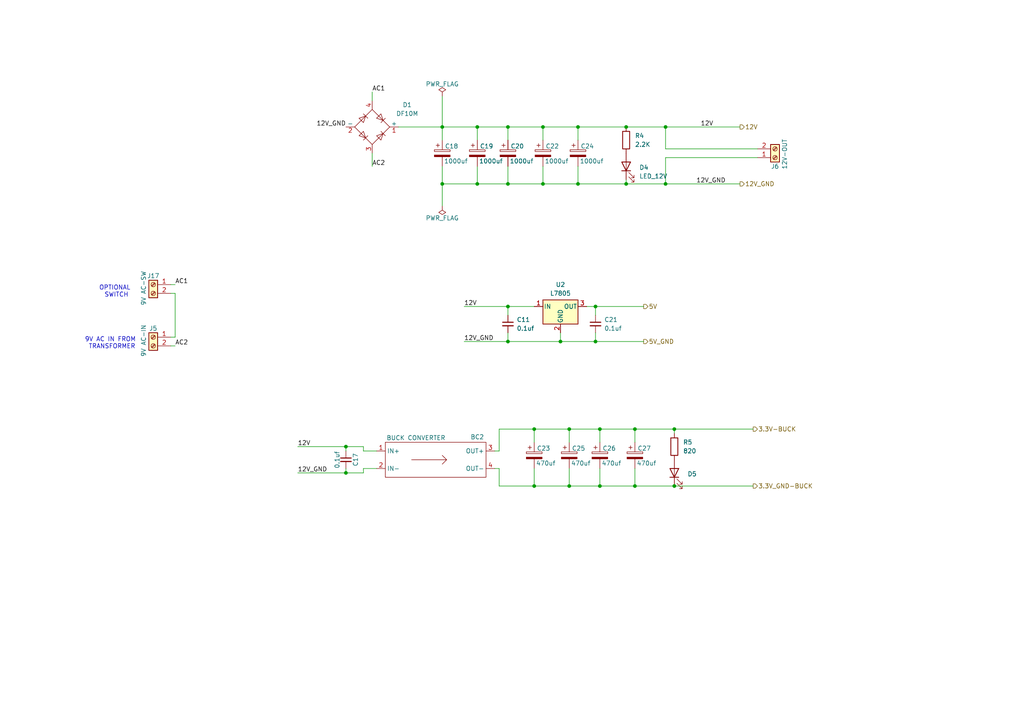
<source format=kicad_sch>
(kicad_sch
	(version 20250114)
	(generator "eeschema")
	(generator_version "9.0")
	(uuid "b627aabc-029d-4a97-8d11-11909ca24426")
	(paper "A4")
	(lib_symbols
		(symbol "Aruns:BUCK_CONVERTER"
			(exclude_from_sim no)
			(in_bom yes)
			(on_board yes)
			(property "Reference" "BC"
				(at 1.016 -1.016 0)
				(effects
					(font
						(size 1.27 1.27)
					)
				)
			)
			(property "Value" "BUCK CONVERTER"
				(at 8.128 11.43 0)
				(effects
					(font
						(size 1.27 1.27)
					)
				)
			)
			(property "Footprint" ""
				(at 0 0 0)
				(effects
					(font
						(size 1.27 1.27)
					)
					(hide yes)
				)
			)
			(property "Datasheet" ""
				(at 0 0 0)
				(effects
					(font
						(size 1.27 1.27)
					)
					(hide yes)
				)
			)
			(property "Description" ""
				(at 0 0 0)
				(effects
					(font
						(size 1.27 1.27)
					)
					(hide yes)
				)
			)
			(symbol "BUCK_CONVERTER_0_1"
				(rectangle
					(start 0 10.16)
					(end 29.21 0)
					(stroke
						(width 0)
						(type default)
					)
					(fill
						(type none)
					)
				)
				(polyline
					(pts
						(xy 7.62 5.08) (xy 17.78 5.08)
					)
					(stroke
						(width 0)
						(type default)
					)
					(fill
						(type none)
					)
				)
				(polyline
					(pts
						(xy 17.78 5.08) (xy 16.51 6.35)
					)
					(stroke
						(width 0)
						(type default)
					)
					(fill
						(type none)
					)
				)
				(polyline
					(pts
						(xy 17.78 5.08) (xy 16.51 3.81)
					)
					(stroke
						(width 0)
						(type default)
					)
					(fill
						(type none)
					)
				)
			)
			(symbol "BUCK_CONVERTER_1_1"
				(pin power_in line
					(at -2.54 7.62 0)
					(length 2.54)
					(name "IN+"
						(effects
							(font
								(size 1.27 1.27)
							)
						)
					)
					(number "1"
						(effects
							(font
								(size 1.27 1.27)
							)
						)
					)
				)
				(pin power_in line
					(at -2.54 2.54 0)
					(length 2.54)
					(name "IN-"
						(effects
							(font
								(size 1.27 1.27)
							)
						)
					)
					(number "2"
						(effects
							(font
								(size 1.27 1.27)
							)
						)
					)
				)
				(pin power_out line
					(at 31.75 7.62 180)
					(length 2.54)
					(name "OUT+"
						(effects
							(font
								(size 1.27 1.27)
							)
						)
					)
					(number "3"
						(effects
							(font
								(size 1.27 1.27)
							)
						)
					)
				)
				(pin power_out line
					(at 31.75 2.54 180)
					(length 2.54)
					(name "OUT-"
						(effects
							(font
								(size 1.27 1.27)
							)
						)
					)
					(number "4"
						(effects
							(font
								(size 1.27 1.27)
							)
						)
					)
				)
			)
			(embedded_fonts no)
		)
		(symbol "Connector:Screw_Terminal_01x02"
			(pin_names
				(offset 1.016)
				(hide yes)
			)
			(exclude_from_sim no)
			(in_bom yes)
			(on_board yes)
			(property "Reference" "J"
				(at 0 2.54 0)
				(effects
					(font
						(size 1.27 1.27)
					)
				)
			)
			(property "Value" "Screw_Terminal_01x02"
				(at 0 -5.08 0)
				(effects
					(font
						(size 1.27 1.27)
					)
				)
			)
			(property "Footprint" ""
				(at 0 0 0)
				(effects
					(font
						(size 1.27 1.27)
					)
					(hide yes)
				)
			)
			(property "Datasheet" "~"
				(at 0 0 0)
				(effects
					(font
						(size 1.27 1.27)
					)
					(hide yes)
				)
			)
			(property "Description" "Generic screw terminal, single row, 01x02, script generated (kicad-library-utils/schlib/autogen/connector/)"
				(at 0 0 0)
				(effects
					(font
						(size 1.27 1.27)
					)
					(hide yes)
				)
			)
			(property "ki_keywords" "screw terminal"
				(at 0 0 0)
				(effects
					(font
						(size 1.27 1.27)
					)
					(hide yes)
				)
			)
			(property "ki_fp_filters" "TerminalBlock*:*"
				(at 0 0 0)
				(effects
					(font
						(size 1.27 1.27)
					)
					(hide yes)
				)
			)
			(symbol "Screw_Terminal_01x02_1_1"
				(rectangle
					(start -1.27 1.27)
					(end 1.27 -3.81)
					(stroke
						(width 0.254)
						(type default)
					)
					(fill
						(type background)
					)
				)
				(polyline
					(pts
						(xy -0.5334 0.3302) (xy 0.3302 -0.508)
					)
					(stroke
						(width 0.1524)
						(type default)
					)
					(fill
						(type none)
					)
				)
				(polyline
					(pts
						(xy -0.5334 -2.2098) (xy 0.3302 -3.048)
					)
					(stroke
						(width 0.1524)
						(type default)
					)
					(fill
						(type none)
					)
				)
				(polyline
					(pts
						(xy -0.3556 0.508) (xy 0.508 -0.3302)
					)
					(stroke
						(width 0.1524)
						(type default)
					)
					(fill
						(type none)
					)
				)
				(polyline
					(pts
						(xy -0.3556 -2.032) (xy 0.508 -2.8702)
					)
					(stroke
						(width 0.1524)
						(type default)
					)
					(fill
						(type none)
					)
				)
				(circle
					(center 0 0)
					(radius 0.635)
					(stroke
						(width 0.1524)
						(type default)
					)
					(fill
						(type none)
					)
				)
				(circle
					(center 0 -2.54)
					(radius 0.635)
					(stroke
						(width 0.1524)
						(type default)
					)
					(fill
						(type none)
					)
				)
				(pin passive line
					(at -5.08 0 0)
					(length 3.81)
					(name "Pin_1"
						(effects
							(font
								(size 1.27 1.27)
							)
						)
					)
					(number "1"
						(effects
							(font
								(size 1.27 1.27)
							)
						)
					)
				)
				(pin passive line
					(at -5.08 -2.54 0)
					(length 3.81)
					(name "Pin_2"
						(effects
							(font
								(size 1.27 1.27)
							)
						)
					)
					(number "2"
						(effects
							(font
								(size 1.27 1.27)
							)
						)
					)
				)
			)
			(embedded_fonts no)
		)
		(symbol "Device:C_Polarized"
			(pin_numbers
				(hide yes)
			)
			(pin_names
				(offset 0.254)
			)
			(exclude_from_sim no)
			(in_bom yes)
			(on_board yes)
			(property "Reference" "C"
				(at 0.635 2.54 0)
				(effects
					(font
						(size 1.27 1.27)
					)
					(justify left)
				)
			)
			(property "Value" "C_Polarized"
				(at 0.635 -2.54 0)
				(effects
					(font
						(size 1.27 1.27)
					)
					(justify left)
				)
			)
			(property "Footprint" ""
				(at 0.9652 -3.81 0)
				(effects
					(font
						(size 1.27 1.27)
					)
					(hide yes)
				)
			)
			(property "Datasheet" "~"
				(at 0 0 0)
				(effects
					(font
						(size 1.27 1.27)
					)
					(hide yes)
				)
			)
			(property "Description" "Polarized capacitor"
				(at 0 0 0)
				(effects
					(font
						(size 1.27 1.27)
					)
					(hide yes)
				)
			)
			(property "ki_keywords" "cap capacitor"
				(at 0 0 0)
				(effects
					(font
						(size 1.27 1.27)
					)
					(hide yes)
				)
			)
			(property "ki_fp_filters" "CP_*"
				(at 0 0 0)
				(effects
					(font
						(size 1.27 1.27)
					)
					(hide yes)
				)
			)
			(symbol "C_Polarized_0_1"
				(rectangle
					(start -2.286 0.508)
					(end 2.286 1.016)
					(stroke
						(width 0)
						(type default)
					)
					(fill
						(type none)
					)
				)
				(polyline
					(pts
						(xy -1.778 2.286) (xy -0.762 2.286)
					)
					(stroke
						(width 0)
						(type default)
					)
					(fill
						(type none)
					)
				)
				(polyline
					(pts
						(xy -1.27 2.794) (xy -1.27 1.778)
					)
					(stroke
						(width 0)
						(type default)
					)
					(fill
						(type none)
					)
				)
				(rectangle
					(start 2.286 -0.508)
					(end -2.286 -1.016)
					(stroke
						(width 0)
						(type default)
					)
					(fill
						(type outline)
					)
				)
			)
			(symbol "C_Polarized_1_1"
				(pin passive line
					(at 0 3.81 270)
					(length 2.794)
					(name "~"
						(effects
							(font
								(size 1.27 1.27)
							)
						)
					)
					(number "1"
						(effects
							(font
								(size 1.27 1.27)
							)
						)
					)
				)
				(pin passive line
					(at 0 -3.81 90)
					(length 2.794)
					(name "~"
						(effects
							(font
								(size 1.27 1.27)
							)
						)
					)
					(number "2"
						(effects
							(font
								(size 1.27 1.27)
							)
						)
					)
				)
			)
			(embedded_fonts no)
		)
		(symbol "Device:C_Small"
			(pin_numbers
				(hide yes)
			)
			(pin_names
				(offset 0.254)
				(hide yes)
			)
			(exclude_from_sim no)
			(in_bom yes)
			(on_board yes)
			(property "Reference" "C"
				(at 0.254 1.778 0)
				(effects
					(font
						(size 1.27 1.27)
					)
					(justify left)
				)
			)
			(property "Value" "C_Small"
				(at 0.254 -2.032 0)
				(effects
					(font
						(size 1.27 1.27)
					)
					(justify left)
				)
			)
			(property "Footprint" ""
				(at 0 0 0)
				(effects
					(font
						(size 1.27 1.27)
					)
					(hide yes)
				)
			)
			(property "Datasheet" "~"
				(at 0 0 0)
				(effects
					(font
						(size 1.27 1.27)
					)
					(hide yes)
				)
			)
			(property "Description" "Unpolarized capacitor, small symbol"
				(at 0 0 0)
				(effects
					(font
						(size 1.27 1.27)
					)
					(hide yes)
				)
			)
			(property "ki_keywords" "capacitor cap"
				(at 0 0 0)
				(effects
					(font
						(size 1.27 1.27)
					)
					(hide yes)
				)
			)
			(property "ki_fp_filters" "C_*"
				(at 0 0 0)
				(effects
					(font
						(size 1.27 1.27)
					)
					(hide yes)
				)
			)
			(symbol "C_Small_0_1"
				(polyline
					(pts
						(xy -1.524 0.508) (xy 1.524 0.508)
					)
					(stroke
						(width 0.3048)
						(type default)
					)
					(fill
						(type none)
					)
				)
				(polyline
					(pts
						(xy -1.524 -0.508) (xy 1.524 -0.508)
					)
					(stroke
						(width 0.3302)
						(type default)
					)
					(fill
						(type none)
					)
				)
			)
			(symbol "C_Small_1_1"
				(pin passive line
					(at 0 2.54 270)
					(length 2.032)
					(name "~"
						(effects
							(font
								(size 1.27 1.27)
							)
						)
					)
					(number "1"
						(effects
							(font
								(size 1.27 1.27)
							)
						)
					)
				)
				(pin passive line
					(at 0 -2.54 90)
					(length 2.032)
					(name "~"
						(effects
							(font
								(size 1.27 1.27)
							)
						)
					)
					(number "2"
						(effects
							(font
								(size 1.27 1.27)
							)
						)
					)
				)
			)
			(embedded_fonts no)
		)
		(symbol "Device:LED"
			(pin_numbers
				(hide yes)
			)
			(pin_names
				(offset 1.016)
				(hide yes)
			)
			(exclude_from_sim no)
			(in_bom yes)
			(on_board yes)
			(property "Reference" "D"
				(at 0 2.54 0)
				(effects
					(font
						(size 1.27 1.27)
					)
				)
			)
			(property "Value" "LED"
				(at 0 -2.54 0)
				(effects
					(font
						(size 1.27 1.27)
					)
				)
			)
			(property "Footprint" ""
				(at 0 0 0)
				(effects
					(font
						(size 1.27 1.27)
					)
					(hide yes)
				)
			)
			(property "Datasheet" "~"
				(at 0 0 0)
				(effects
					(font
						(size 1.27 1.27)
					)
					(hide yes)
				)
			)
			(property "Description" "Light emitting diode"
				(at 0 0 0)
				(effects
					(font
						(size 1.27 1.27)
					)
					(hide yes)
				)
			)
			(property "Sim.Pins" "1=K 2=A"
				(at 0 0 0)
				(effects
					(font
						(size 1.27 1.27)
					)
					(hide yes)
				)
			)
			(property "ki_keywords" "LED diode"
				(at 0 0 0)
				(effects
					(font
						(size 1.27 1.27)
					)
					(hide yes)
				)
			)
			(property "ki_fp_filters" "LED* LED_SMD:* LED_THT:*"
				(at 0 0 0)
				(effects
					(font
						(size 1.27 1.27)
					)
					(hide yes)
				)
			)
			(symbol "LED_0_1"
				(polyline
					(pts
						(xy -3.048 -0.762) (xy -4.572 -2.286) (xy -3.81 -2.286) (xy -4.572 -2.286) (xy -4.572 -1.524)
					)
					(stroke
						(width 0)
						(type default)
					)
					(fill
						(type none)
					)
				)
				(polyline
					(pts
						(xy -1.778 -0.762) (xy -3.302 -2.286) (xy -2.54 -2.286) (xy -3.302 -2.286) (xy -3.302 -1.524)
					)
					(stroke
						(width 0)
						(type default)
					)
					(fill
						(type none)
					)
				)
				(polyline
					(pts
						(xy -1.27 0) (xy 1.27 0)
					)
					(stroke
						(width 0)
						(type default)
					)
					(fill
						(type none)
					)
				)
				(polyline
					(pts
						(xy -1.27 -1.27) (xy -1.27 1.27)
					)
					(stroke
						(width 0.254)
						(type default)
					)
					(fill
						(type none)
					)
				)
				(polyline
					(pts
						(xy 1.27 -1.27) (xy 1.27 1.27) (xy -1.27 0) (xy 1.27 -1.27)
					)
					(stroke
						(width 0.254)
						(type default)
					)
					(fill
						(type none)
					)
				)
			)
			(symbol "LED_1_1"
				(pin passive line
					(at -3.81 0 0)
					(length 2.54)
					(name "K"
						(effects
							(font
								(size 1.27 1.27)
							)
						)
					)
					(number "1"
						(effects
							(font
								(size 1.27 1.27)
							)
						)
					)
				)
				(pin passive line
					(at 3.81 0 180)
					(length 2.54)
					(name "A"
						(effects
							(font
								(size 1.27 1.27)
							)
						)
					)
					(number "2"
						(effects
							(font
								(size 1.27 1.27)
							)
						)
					)
				)
			)
			(embedded_fonts no)
		)
		(symbol "Device:R"
			(pin_numbers
				(hide yes)
			)
			(pin_names
				(offset 0)
			)
			(exclude_from_sim no)
			(in_bom yes)
			(on_board yes)
			(property "Reference" "R"
				(at 2.032 0 90)
				(effects
					(font
						(size 1.27 1.27)
					)
				)
			)
			(property "Value" "R"
				(at 0 0 90)
				(effects
					(font
						(size 1.27 1.27)
					)
				)
			)
			(property "Footprint" ""
				(at -1.778 0 90)
				(effects
					(font
						(size 1.27 1.27)
					)
					(hide yes)
				)
			)
			(property "Datasheet" "~"
				(at 0 0 0)
				(effects
					(font
						(size 1.27 1.27)
					)
					(hide yes)
				)
			)
			(property "Description" "Resistor"
				(at 0 0 0)
				(effects
					(font
						(size 1.27 1.27)
					)
					(hide yes)
				)
			)
			(property "ki_keywords" "R res resistor"
				(at 0 0 0)
				(effects
					(font
						(size 1.27 1.27)
					)
					(hide yes)
				)
			)
			(property "ki_fp_filters" "R_*"
				(at 0 0 0)
				(effects
					(font
						(size 1.27 1.27)
					)
					(hide yes)
				)
			)
			(symbol "R_0_1"
				(rectangle
					(start -1.016 -2.54)
					(end 1.016 2.54)
					(stroke
						(width 0.254)
						(type default)
					)
					(fill
						(type none)
					)
				)
			)
			(symbol "R_1_1"
				(pin passive line
					(at 0 3.81 270)
					(length 1.27)
					(name "~"
						(effects
							(font
								(size 1.27 1.27)
							)
						)
					)
					(number "1"
						(effects
							(font
								(size 1.27 1.27)
							)
						)
					)
				)
				(pin passive line
					(at 0 -3.81 90)
					(length 1.27)
					(name "~"
						(effects
							(font
								(size 1.27 1.27)
							)
						)
					)
					(number "2"
						(effects
							(font
								(size 1.27 1.27)
							)
						)
					)
				)
			)
			(embedded_fonts no)
		)
		(symbol "Diode_Bridge:DF10M"
			(pin_names
				(offset 0)
			)
			(exclude_from_sim no)
			(in_bom yes)
			(on_board yes)
			(property "Reference" "D"
				(at 2.54 6.985 0)
				(effects
					(font
						(size 1.27 1.27)
					)
					(justify left)
				)
			)
			(property "Value" "DF10M"
				(at 2.54 5.08 0)
				(effects
					(font
						(size 1.27 1.27)
					)
					(justify left)
				)
			)
			(property "Footprint" "Diode_THT:Diode_Bridge_DIP-4_W7.62mm_P5.08mm"
				(at 3.81 3.175 0)
				(effects
					(font
						(size 1.27 1.27)
					)
					(justify left)
					(hide yes)
				)
			)
			(property "Datasheet" "http://www.vishay.com/docs/88571/dfm.pdf"
				(at 0 0 0)
				(effects
					(font
						(size 1.27 1.27)
					)
					(hide yes)
				)
			)
			(property "Description" "Miniature Glass Passivated Single-Phase Bridge Rectifiers, 700V Vrms, 1.0A If, DIP-4"
				(at 0 0 0)
				(effects
					(font
						(size 1.27 1.27)
					)
					(hide yes)
				)
			)
			(property "ki_keywords" "rectifier acdc"
				(at 0 0 0)
				(effects
					(font
						(size 1.27 1.27)
					)
					(hide yes)
				)
			)
			(property "ki_fp_filters" "Diode*Bridge*DIP*W7.62mm*P5.08mm*"
				(at 0 0 0)
				(effects
					(font
						(size 1.27 1.27)
					)
					(hide yes)
				)
			)
			(symbol "DF10M_0_1"
				(polyline
					(pts
						(xy -5.08 0) (xy 0 -5.08) (xy 5.08 0) (xy 0 5.08) (xy -5.08 0)
					)
					(stroke
						(width 0)
						(type default)
					)
					(fill
						(type none)
					)
				)
				(polyline
					(pts
						(xy -3.81 2.54) (xy -2.54 1.27) (xy -1.905 3.175) (xy -3.81 2.54)
					)
					(stroke
						(width 0)
						(type default)
					)
					(fill
						(type none)
					)
				)
				(polyline
					(pts
						(xy -2.54 3.81) (xy -1.27 2.54)
					)
					(stroke
						(width 0)
						(type default)
					)
					(fill
						(type none)
					)
				)
				(polyline
					(pts
						(xy -2.54 -1.27) (xy -3.81 -2.54) (xy -1.905 -3.175) (xy -2.54 -1.27)
					)
					(stroke
						(width 0)
						(type default)
					)
					(fill
						(type none)
					)
				)
				(polyline
					(pts
						(xy -1.27 -2.54) (xy -2.54 -3.81)
					)
					(stroke
						(width 0)
						(type default)
					)
					(fill
						(type none)
					)
				)
				(polyline
					(pts
						(xy 1.27 2.54) (xy 2.54 3.81) (xy 3.175 1.905) (xy 1.27 2.54)
					)
					(stroke
						(width 0)
						(type default)
					)
					(fill
						(type none)
					)
				)
				(polyline
					(pts
						(xy 2.54 1.27) (xy 3.81 2.54)
					)
					(stroke
						(width 0)
						(type default)
					)
					(fill
						(type none)
					)
				)
				(polyline
					(pts
						(xy 2.54 -1.27) (xy 3.81 -2.54)
					)
					(stroke
						(width 0)
						(type default)
					)
					(fill
						(type none)
					)
				)
				(polyline
					(pts
						(xy 3.175 -1.905) (xy 1.27 -2.54) (xy 2.54 -3.81) (xy 3.175 -1.905)
					)
					(stroke
						(width 0)
						(type default)
					)
					(fill
						(type none)
					)
				)
			)
			(symbol "DF10M_1_1"
				(pin passive line
					(at -7.62 0 0)
					(length 2.54)
					(name "-"
						(effects
							(font
								(size 1.27 1.27)
							)
						)
					)
					(number "2"
						(effects
							(font
								(size 1.27 1.27)
							)
						)
					)
				)
				(pin passive line
					(at 0 7.62 270)
					(length 2.54)
					(name "~"
						(effects
							(font
								(size 1.27 1.27)
							)
						)
					)
					(number "4"
						(effects
							(font
								(size 1.27 1.27)
							)
						)
					)
				)
				(pin passive line
					(at 0 -7.62 90)
					(length 2.54)
					(name "~"
						(effects
							(font
								(size 1.27 1.27)
							)
						)
					)
					(number "3"
						(effects
							(font
								(size 1.27 1.27)
							)
						)
					)
				)
				(pin passive line
					(at 7.62 0 180)
					(length 2.54)
					(name "+"
						(effects
							(font
								(size 1.27 1.27)
							)
						)
					)
					(number "1"
						(effects
							(font
								(size 1.27 1.27)
							)
						)
					)
				)
			)
			(embedded_fonts no)
		)
		(symbol "Regulator_Linear:L7805"
			(pin_names
				(offset 0.254)
			)
			(exclude_from_sim no)
			(in_bom yes)
			(on_board yes)
			(property "Reference" "U"
				(at -3.81 3.175 0)
				(effects
					(font
						(size 1.27 1.27)
					)
				)
			)
			(property "Value" "L7805"
				(at 0 3.175 0)
				(effects
					(font
						(size 1.27 1.27)
					)
					(justify left)
				)
			)
			(property "Footprint" ""
				(at 0.635 -3.81 0)
				(effects
					(font
						(size 1.27 1.27)
						(italic yes)
					)
					(justify left)
					(hide yes)
				)
			)
			(property "Datasheet" "http://www.st.com/content/ccc/resource/technical/document/datasheet/41/4f/b3/b0/12/d4/47/88/CD00000444.pdf/files/CD00000444.pdf/jcr:content/translations/en.CD00000444.pdf"
				(at 0 -1.27 0)
				(effects
					(font
						(size 1.27 1.27)
					)
					(hide yes)
				)
			)
			(property "Description" "Positive 1.5A 35V Linear Regulator, Fixed Output 5V, TO-220/TO-263/TO-252"
				(at 0 0 0)
				(effects
					(font
						(size 1.27 1.27)
					)
					(hide yes)
				)
			)
			(property "ki_keywords" "Voltage Regulator 1.5A Positive"
				(at 0 0 0)
				(effects
					(font
						(size 1.27 1.27)
					)
					(hide yes)
				)
			)
			(property "ki_fp_filters" "TO?252* TO?263* TO?220*"
				(at 0 0 0)
				(effects
					(font
						(size 1.27 1.27)
					)
					(hide yes)
				)
			)
			(symbol "L7805_0_1"
				(rectangle
					(start -5.08 1.905)
					(end 5.08 -5.08)
					(stroke
						(width 0.254)
						(type default)
					)
					(fill
						(type background)
					)
				)
			)
			(symbol "L7805_1_1"
				(pin power_in line
					(at -7.62 0 0)
					(length 2.54)
					(name "IN"
						(effects
							(font
								(size 1.27 1.27)
							)
						)
					)
					(number "1"
						(effects
							(font
								(size 1.27 1.27)
							)
						)
					)
				)
				(pin power_in line
					(at 0 -7.62 90)
					(length 2.54)
					(name "GND"
						(effects
							(font
								(size 1.27 1.27)
							)
						)
					)
					(number "2"
						(effects
							(font
								(size 1.27 1.27)
							)
						)
					)
				)
				(pin power_out line
					(at 7.62 0 180)
					(length 2.54)
					(name "OUT"
						(effects
							(font
								(size 1.27 1.27)
							)
						)
					)
					(number "3"
						(effects
							(font
								(size 1.27 1.27)
							)
						)
					)
				)
			)
			(embedded_fonts no)
		)
		(symbol "power:PWR_FLAG"
			(power)
			(pin_numbers
				(hide yes)
			)
			(pin_names
				(offset 0)
				(hide yes)
			)
			(exclude_from_sim no)
			(in_bom yes)
			(on_board yes)
			(property "Reference" "#FLG"
				(at 0 1.905 0)
				(effects
					(font
						(size 1.27 1.27)
					)
					(hide yes)
				)
			)
			(property "Value" "PWR_FLAG"
				(at 0 3.81 0)
				(effects
					(font
						(size 1.27 1.27)
					)
				)
			)
			(property "Footprint" ""
				(at 0 0 0)
				(effects
					(font
						(size 1.27 1.27)
					)
					(hide yes)
				)
			)
			(property "Datasheet" "~"
				(at 0 0 0)
				(effects
					(font
						(size 1.27 1.27)
					)
					(hide yes)
				)
			)
			(property "Description" "Special symbol for telling ERC where power comes from"
				(at 0 0 0)
				(effects
					(font
						(size 1.27 1.27)
					)
					(hide yes)
				)
			)
			(property "ki_keywords" "flag power"
				(at 0 0 0)
				(effects
					(font
						(size 1.27 1.27)
					)
					(hide yes)
				)
			)
			(symbol "PWR_FLAG_0_0"
				(pin power_out line
					(at 0 0 90)
					(length 0)
					(name "~"
						(effects
							(font
								(size 1.27 1.27)
							)
						)
					)
					(number "1"
						(effects
							(font
								(size 1.27 1.27)
							)
						)
					)
				)
			)
			(symbol "PWR_FLAG_0_1"
				(polyline
					(pts
						(xy 0 0) (xy 0 1.27) (xy -1.016 1.905) (xy 0 2.54) (xy 1.016 1.905) (xy 0 1.27)
					)
					(stroke
						(width 0)
						(type default)
					)
					(fill
						(type none)
					)
				)
			)
			(embedded_fonts no)
		)
	)
	(text "OPTIONAL \nSWITCH"
		(exclude_from_sim no)
		(at 33.782 84.582 0)
		(effects
			(font
				(size 1.27 1.27)
			)
		)
		(uuid "65dc12c7-0fc5-4617-901b-40c386022817")
	)
	(text "9V AC IN FROM\n TRANSFORMER"
		(exclude_from_sim no)
		(at 32.004 99.568 0)
		(effects
			(font
				(size 1.27 1.27)
			)
		)
		(uuid "edf3e043-2a47-4cf3-a9f3-9b41889de94a")
	)
	(junction
		(at 138.43 36.83)
		(diameter 0)
		(color 0 0 0 0)
		(uuid "09b069e3-7e03-41c9-a7da-9b4d2f6f66e1")
	)
	(junction
		(at 193.04 36.83)
		(diameter 0)
		(color 0 0 0 0)
		(uuid "0a207741-2979-49e1-84b2-8eab8dea2c61")
	)
	(junction
		(at 154.94 124.46)
		(diameter 0)
		(color 0 0 0 0)
		(uuid "0d90478d-5b9e-4212-b0eb-376af2d6cbad")
	)
	(junction
		(at 100.33 137.16)
		(diameter 0)
		(color 0 0 0 0)
		(uuid "14fd38c8-0d86-4fe0-a32b-edb195c8ac8b")
	)
	(junction
		(at 195.58 124.46)
		(diameter 0)
		(color 0 0 0 0)
		(uuid "209c3594-219d-4fea-8db9-ad886c0a7e5a")
	)
	(junction
		(at 172.72 99.06)
		(diameter 0)
		(color 0 0 0 0)
		(uuid "2967554e-3913-4941-b319-90d2ed79a41f")
	)
	(junction
		(at 154.94 140.97)
		(diameter 0)
		(color 0 0 0 0)
		(uuid "2ac3c33f-62af-4824-ade5-d6cf1f50ae2b")
	)
	(junction
		(at 167.64 36.83)
		(diameter 0)
		(color 0 0 0 0)
		(uuid "2eabbb50-5920-4cbb-870f-e8ec9504e681")
	)
	(junction
		(at 172.72 88.9)
		(diameter 0)
		(color 0 0 0 0)
		(uuid "2ef41d34-9167-4f21-a8e4-a6b5cd623cab")
	)
	(junction
		(at 147.32 99.06)
		(diameter 0)
		(color 0 0 0 0)
		(uuid "38015c94-502b-4724-a5c7-8cabb78e507b")
	)
	(junction
		(at 184.15 140.97)
		(diameter 0)
		(color 0 0 0 0)
		(uuid "40ec32c7-dc98-4b75-9690-9d2bcc4ebf7e")
	)
	(junction
		(at 147.32 53.34)
		(diameter 0)
		(color 0 0 0 0)
		(uuid "58e6c559-c06b-47a7-975c-375ffbb5e52b")
	)
	(junction
		(at 193.04 53.34)
		(diameter 0)
		(color 0 0 0 0)
		(uuid "60e8016f-ea28-4194-a4f7-172b3f5a04b2")
	)
	(junction
		(at 173.99 140.97)
		(diameter 0)
		(color 0 0 0 0)
		(uuid "646a534a-eaa9-46f0-ae98-994009a66c73")
	)
	(junction
		(at 181.61 53.34)
		(diameter 0)
		(color 0 0 0 0)
		(uuid "71a3522c-b5da-4e28-845d-f3a85cfa4feb")
	)
	(junction
		(at 157.48 36.83)
		(diameter 0)
		(color 0 0 0 0)
		(uuid "782221ee-f6ab-49d6-8250-55e2ca2676f5")
	)
	(junction
		(at 147.32 88.9)
		(diameter 0)
		(color 0 0 0 0)
		(uuid "8ce0068e-c599-4940-94dc-48bcdc397aac")
	)
	(junction
		(at 173.99 124.46)
		(diameter 0)
		(color 0 0 0 0)
		(uuid "940789ba-da36-4817-b227-c0710561372c")
	)
	(junction
		(at 147.32 36.83)
		(diameter 0)
		(color 0 0 0 0)
		(uuid "9915b646-fcca-4542-b749-ab8f9876d5d7")
	)
	(junction
		(at 184.15 124.46)
		(diameter 0)
		(color 0 0 0 0)
		(uuid "9e581cdf-cb2e-418c-b5b3-ce6c4722acb9")
	)
	(junction
		(at 195.58 140.97)
		(diameter 0)
		(color 0 0 0 0)
		(uuid "a1b6dd31-7b9d-4361-92db-ec05d9933b3c")
	)
	(junction
		(at 138.43 53.34)
		(diameter 0)
		(color 0 0 0 0)
		(uuid "abb1db46-7001-48be-84ad-eba5e2053b8e")
	)
	(junction
		(at 167.64 53.34)
		(diameter 0)
		(color 0 0 0 0)
		(uuid "b17e6381-5b63-40d3-9caa-fc4b4a3269f7")
	)
	(junction
		(at 165.1 124.46)
		(diameter 0)
		(color 0 0 0 0)
		(uuid "b3d933f9-02b5-4583-a0b6-360e0e5af47e")
	)
	(junction
		(at 162.56 99.06)
		(diameter 0)
		(color 0 0 0 0)
		(uuid "b47205a9-c095-4e4c-bebb-a96df90ea23e")
	)
	(junction
		(at 100.33 129.54)
		(diameter 0)
		(color 0 0 0 0)
		(uuid "c7608dba-931b-4670-9187-c6917206566b")
	)
	(junction
		(at 165.1 140.97)
		(diameter 0)
		(color 0 0 0 0)
		(uuid "ccaab71e-98fe-4c2c-b429-9383b1455ba2")
	)
	(junction
		(at 128.27 53.34)
		(diameter 0)
		(color 0 0 0 0)
		(uuid "d917ae15-6b1f-4b63-a383-ebcaf43d2f18")
	)
	(junction
		(at 128.27 36.83)
		(diameter 0)
		(color 0 0 0 0)
		(uuid "dd5b3978-25e0-47bc-b386-27e3f164081a")
	)
	(junction
		(at 181.61 36.83)
		(diameter 0)
		(color 0 0 0 0)
		(uuid "de936e5c-c290-4577-84f4-8e2f465ac92d")
	)
	(junction
		(at 157.48 53.34)
		(diameter 0)
		(color 0 0 0 0)
		(uuid "f424ee24-1efe-4dba-984a-573c2c0519e0")
	)
	(wire
		(pts
			(xy 128.27 48.26) (xy 128.27 53.34)
		)
		(stroke
			(width 0)
			(type default)
		)
		(uuid "0514c734-cb63-405d-9b11-17c7a2b52261")
	)
	(wire
		(pts
			(xy 128.27 59.69) (xy 128.27 53.34)
		)
		(stroke
			(width 0)
			(type default)
		)
		(uuid "07412f34-1f52-47d4-b1a7-0e2f159676eb")
	)
	(wire
		(pts
			(xy 86.36 137.16) (xy 100.33 137.16)
		)
		(stroke
			(width 0)
			(type default)
		)
		(uuid "0ff0b839-7ea6-478e-a2a1-a93f58407abe")
	)
	(wire
		(pts
			(xy 128.27 53.34) (xy 138.43 53.34)
		)
		(stroke
			(width 0)
			(type default)
		)
		(uuid "15618f89-ec34-4664-ad62-f5eae66babff")
	)
	(wire
		(pts
			(xy 193.04 36.83) (xy 181.61 36.83)
		)
		(stroke
			(width 0)
			(type default)
		)
		(uuid "17ee4b42-20c4-4e8a-9767-76de8694bfbe")
	)
	(wire
		(pts
			(xy 157.48 36.83) (xy 157.48 40.64)
		)
		(stroke
			(width 0)
			(type default)
		)
		(uuid "1fc8d29c-fbc7-4d6c-9c71-5260ff7ade84")
	)
	(wire
		(pts
			(xy 115.57 36.83) (xy 128.27 36.83)
		)
		(stroke
			(width 0)
			(type default)
		)
		(uuid "20c7a29b-b9fe-4295-92d4-b832e9752c5b")
	)
	(wire
		(pts
			(xy 49.53 85.09) (xy 50.8 85.09)
		)
		(stroke
			(width 0)
			(type default)
		)
		(uuid "24bf81ee-ab1d-4500-b445-19ea3c1b05e5")
	)
	(wire
		(pts
			(xy 195.58 124.46) (xy 218.44 124.46)
		)
		(stroke
			(width 0)
			(type default)
		)
		(uuid "2c5bc110-f934-4105-a98f-0e6c3171af86")
	)
	(wire
		(pts
			(xy 173.99 135.89) (xy 173.99 140.97)
		)
		(stroke
			(width 0)
			(type default)
		)
		(uuid "2ca35dd7-8a05-4030-b373-9c0b9390d9a3")
	)
	(wire
		(pts
			(xy 147.32 99.06) (xy 162.56 99.06)
		)
		(stroke
			(width 0)
			(type default)
		)
		(uuid "2ea64c50-5a8d-4c2f-b892-4a635f7265c5")
	)
	(wire
		(pts
			(xy 134.62 88.9) (xy 147.32 88.9)
		)
		(stroke
			(width 0)
			(type default)
		)
		(uuid "30b44099-3462-43f0-bfe0-a15e4d2263c5")
	)
	(wire
		(pts
			(xy 147.32 48.26) (xy 147.32 53.34)
		)
		(stroke
			(width 0)
			(type default)
		)
		(uuid "34fae2de-8458-4c0b-9238-da91552e8d5a")
	)
	(wire
		(pts
			(xy 193.04 53.34) (xy 214.63 53.34)
		)
		(stroke
			(width 0)
			(type default)
		)
		(uuid "3512389e-529a-48e2-b3cf-48a091c819e3")
	)
	(wire
		(pts
			(xy 128.27 36.83) (xy 128.27 40.64)
		)
		(stroke
			(width 0)
			(type default)
		)
		(uuid "3b82c834-c1d4-449c-b029-efadc70816d7")
	)
	(wire
		(pts
			(xy 181.61 52.07) (xy 181.61 53.34)
		)
		(stroke
			(width 0)
			(type default)
		)
		(uuid "40813780-7f51-4647-8099-0faff6366fab")
	)
	(wire
		(pts
			(xy 143.51 130.81) (xy 144.78 130.81)
		)
		(stroke
			(width 0)
			(type default)
		)
		(uuid "413bc9f4-d5e0-4ac4-8dd7-d710a0da8cd2")
	)
	(wire
		(pts
			(xy 157.48 36.83) (xy 167.64 36.83)
		)
		(stroke
			(width 0)
			(type default)
		)
		(uuid "45115862-128a-4120-86c5-73bb11d06cec")
	)
	(wire
		(pts
			(xy 167.64 36.83) (xy 181.61 36.83)
		)
		(stroke
			(width 0)
			(type default)
		)
		(uuid "46dc8d42-38d8-48d3-88ff-255b9cbdba08")
	)
	(wire
		(pts
			(xy 147.32 88.9) (xy 154.94 88.9)
		)
		(stroke
			(width 0)
			(type default)
		)
		(uuid "47070cd6-e12e-4575-80d5-290da649be69")
	)
	(wire
		(pts
			(xy 143.51 135.89) (xy 144.78 135.89)
		)
		(stroke
			(width 0)
			(type default)
		)
		(uuid "479a7603-6422-406c-9a31-40678f5c3eb6")
	)
	(wire
		(pts
			(xy 157.48 53.34) (xy 167.64 53.34)
		)
		(stroke
			(width 0)
			(type default)
		)
		(uuid "4a6c3b1b-d4fa-4f43-8f77-23c004e5ecb3")
	)
	(wire
		(pts
			(xy 144.78 135.89) (xy 144.78 140.97)
		)
		(stroke
			(width 0)
			(type default)
		)
		(uuid "5b774db0-618c-45d6-8a2b-49ec4da22f62")
	)
	(wire
		(pts
			(xy 107.95 26.67) (xy 107.95 29.21)
		)
		(stroke
			(width 0)
			(type default)
		)
		(uuid "6036e284-2be2-4973-a046-c42203e37698")
	)
	(wire
		(pts
			(xy 134.62 99.06) (xy 147.32 99.06)
		)
		(stroke
			(width 0)
			(type default)
		)
		(uuid "617fece6-9090-4873-870f-453b4dcb6832")
	)
	(wire
		(pts
			(xy 100.33 137.16) (xy 105.41 137.16)
		)
		(stroke
			(width 0)
			(type default)
		)
		(uuid "68254fdf-3141-41c8-948e-3f50dbc404af")
	)
	(wire
		(pts
			(xy 162.56 99.06) (xy 172.72 99.06)
		)
		(stroke
			(width 0)
			(type default)
		)
		(uuid "6e953140-6149-4e32-9d4b-6a1753f9ed2d")
	)
	(wire
		(pts
			(xy 100.33 130.81) (xy 100.33 129.54)
		)
		(stroke
			(width 0)
			(type default)
		)
		(uuid "72228008-6be7-437f-b213-a608059f03b5")
	)
	(wire
		(pts
			(xy 147.32 91.44) (xy 147.32 88.9)
		)
		(stroke
			(width 0)
			(type default)
		)
		(uuid "727a7947-a6d9-41f6-8c96-fae862f861b4")
	)
	(wire
		(pts
			(xy 49.53 97.79) (xy 50.8 97.79)
		)
		(stroke
			(width 0)
			(type default)
		)
		(uuid "733566c6-4380-42c4-90d7-9b1772515588")
	)
	(wire
		(pts
			(xy 138.43 48.26) (xy 138.43 53.34)
		)
		(stroke
			(width 0)
			(type default)
		)
		(uuid "7bb261aa-84cf-4e36-9e72-be9360e3c44a")
	)
	(wire
		(pts
			(xy 162.56 96.52) (xy 162.56 99.06)
		)
		(stroke
			(width 0)
			(type default)
		)
		(uuid "7cd7e29a-913f-45bb-9a5d-bc165b3b687f")
	)
	(wire
		(pts
			(xy 147.32 53.34) (xy 157.48 53.34)
		)
		(stroke
			(width 0)
			(type default)
		)
		(uuid "7e7ea081-9ccc-4953-a7d6-5c5bf9bf623d")
	)
	(wire
		(pts
			(xy 195.58 140.97) (xy 218.44 140.97)
		)
		(stroke
			(width 0)
			(type default)
		)
		(uuid "7ff5fd20-33db-469e-a4c1-9e290af0453a")
	)
	(wire
		(pts
			(xy 172.72 99.06) (xy 172.72 96.52)
		)
		(stroke
			(width 0)
			(type default)
		)
		(uuid "82f3284a-b847-4162-a089-3292026ff7d4")
	)
	(wire
		(pts
			(xy 144.78 140.97) (xy 154.94 140.97)
		)
		(stroke
			(width 0)
			(type default)
		)
		(uuid "867b8c18-087e-4fbd-9e27-b6a3e40ce0e3")
	)
	(wire
		(pts
			(xy 167.64 48.26) (xy 167.64 53.34)
		)
		(stroke
			(width 0)
			(type default)
		)
		(uuid "8859943b-9cd9-455a-a9ae-2256f1bc32d4")
	)
	(wire
		(pts
			(xy 147.32 36.83) (xy 147.32 40.64)
		)
		(stroke
			(width 0)
			(type default)
		)
		(uuid "88a102a7-cd0e-4694-9535-38710fd55d25")
	)
	(wire
		(pts
			(xy 193.04 53.34) (xy 181.61 53.34)
		)
		(stroke
			(width 0)
			(type default)
		)
		(uuid "8a1643d1-4ddd-4b15-a569-0edc2614c03e")
	)
	(wire
		(pts
			(xy 138.43 36.83) (xy 138.43 40.64)
		)
		(stroke
			(width 0)
			(type default)
		)
		(uuid "8ae2872f-82af-46f3-ab64-07c8f4ed0c18")
	)
	(wire
		(pts
			(xy 184.15 135.89) (xy 184.15 140.97)
		)
		(stroke
			(width 0)
			(type default)
		)
		(uuid "8caa21ab-6d75-4c22-a970-80427840b044")
	)
	(wire
		(pts
			(xy 105.41 137.16) (xy 105.41 135.89)
		)
		(stroke
			(width 0)
			(type default)
		)
		(uuid "8eb5200f-6358-42b1-b413-6fdf56acc896")
	)
	(wire
		(pts
			(xy 219.71 45.72) (xy 193.04 45.72)
		)
		(stroke
			(width 0)
			(type default)
		)
		(uuid "9e5a7318-1665-46d1-b60b-d421d1294272")
	)
	(wire
		(pts
			(xy 147.32 36.83) (xy 157.48 36.83)
		)
		(stroke
			(width 0)
			(type default)
		)
		(uuid "9e7f96ba-3f0a-4cd7-add6-c4ea9481d7a8")
	)
	(wire
		(pts
			(xy 49.53 82.55) (xy 50.8 82.55)
		)
		(stroke
			(width 0)
			(type default)
		)
		(uuid "a33e8882-89c0-4f51-a121-2a4922b60974")
	)
	(wire
		(pts
			(xy 107.95 48.26) (xy 107.95 44.45)
		)
		(stroke
			(width 0)
			(type default)
		)
		(uuid "a674ac72-c6f6-4a02-bc79-1d9f5807d8ba")
	)
	(wire
		(pts
			(xy 157.48 48.26) (xy 157.48 53.34)
		)
		(stroke
			(width 0)
			(type default)
		)
		(uuid "aa8a1452-bb46-4ab9-9425-1102b9699842")
	)
	(wire
		(pts
			(xy 154.94 124.46) (xy 154.94 128.27)
		)
		(stroke
			(width 0)
			(type default)
		)
		(uuid "ac94da44-bd04-4212-a8a9-69195a5333bb")
	)
	(wire
		(pts
			(xy 172.72 88.9) (xy 186.69 88.9)
		)
		(stroke
			(width 0)
			(type default)
		)
		(uuid "b1d2a863-5003-420e-8ac4-47ba83e817c6")
	)
	(wire
		(pts
			(xy 147.32 96.52) (xy 147.32 99.06)
		)
		(stroke
			(width 0)
			(type default)
		)
		(uuid "b332d8b0-66b1-461f-af47-f4badb2d0a07")
	)
	(wire
		(pts
			(xy 165.1 124.46) (xy 165.1 128.27)
		)
		(stroke
			(width 0)
			(type default)
		)
		(uuid "b3c300ac-4155-46ce-9e50-f0bdccbcc1ba")
	)
	(wire
		(pts
			(xy 195.58 125.73) (xy 195.58 124.46)
		)
		(stroke
			(width 0)
			(type default)
		)
		(uuid "b3e624c7-697e-45a5-9142-e7d3f1b46aea")
	)
	(wire
		(pts
			(xy 128.27 36.83) (xy 138.43 36.83)
		)
		(stroke
			(width 0)
			(type default)
		)
		(uuid "b6775e97-1059-42fd-829f-a052aba911f1")
	)
	(wire
		(pts
			(xy 173.99 124.46) (xy 173.99 128.27)
		)
		(stroke
			(width 0)
			(type default)
		)
		(uuid "c03e6461-d1cd-40c9-86b1-65ef3aeffe2f")
	)
	(wire
		(pts
			(xy 144.78 124.46) (xy 154.94 124.46)
		)
		(stroke
			(width 0)
			(type default)
		)
		(uuid "c0693421-8c5e-4ac6-a426-fd0642bb4819")
	)
	(wire
		(pts
			(xy 138.43 36.83) (xy 147.32 36.83)
		)
		(stroke
			(width 0)
			(type default)
		)
		(uuid "c1391f6c-e4cb-44ee-b8d1-e1b0caea9831")
	)
	(wire
		(pts
			(xy 167.64 53.34) (xy 181.61 53.34)
		)
		(stroke
			(width 0)
			(type default)
		)
		(uuid "c26d3752-3e67-4116-85af-29551dbdb5d3")
	)
	(wire
		(pts
			(xy 167.64 36.83) (xy 167.64 40.64)
		)
		(stroke
			(width 0)
			(type default)
		)
		(uuid "c2a150ad-1ed0-4acb-b868-5659e972bba2")
	)
	(wire
		(pts
			(xy 138.43 53.34) (xy 147.32 53.34)
		)
		(stroke
			(width 0)
			(type default)
		)
		(uuid "c3306db3-35fa-4561-a459-874d0f46468d")
	)
	(wire
		(pts
			(xy 154.94 140.97) (xy 165.1 140.97)
		)
		(stroke
			(width 0)
			(type default)
		)
		(uuid "c357d797-819a-4a20-a18d-e4f6402b8c5f")
	)
	(wire
		(pts
			(xy 144.78 130.81) (xy 144.78 124.46)
		)
		(stroke
			(width 0)
			(type default)
		)
		(uuid "c6d2d23f-4720-4dff-a3b9-c72900f9f6eb")
	)
	(wire
		(pts
			(xy 170.18 88.9) (xy 172.72 88.9)
		)
		(stroke
			(width 0)
			(type default)
		)
		(uuid "c7d5253a-d139-4bb9-950b-4666219b7656")
	)
	(wire
		(pts
			(xy 100.33 129.54) (xy 105.41 129.54)
		)
		(stroke
			(width 0)
			(type default)
		)
		(uuid "c93603f0-aab7-4415-ac26-e4ed3f97c46c")
	)
	(wire
		(pts
			(xy 184.15 124.46) (xy 195.58 124.46)
		)
		(stroke
			(width 0)
			(type default)
		)
		(uuid "c96053d5-5ad2-401d-a45f-3ef2d00bf8bf")
	)
	(wire
		(pts
			(xy 86.36 129.54) (xy 100.33 129.54)
		)
		(stroke
			(width 0)
			(type default)
		)
		(uuid "cdf06357-c25b-45ea-a0bb-1e305c57eb37")
	)
	(wire
		(pts
			(xy 193.04 36.83) (xy 214.63 36.83)
		)
		(stroke
			(width 0)
			(type default)
		)
		(uuid "ce5eac92-c327-43fb-8f67-7a5a8a80585c")
	)
	(wire
		(pts
			(xy 184.15 140.97) (xy 195.58 140.97)
		)
		(stroke
			(width 0)
			(type default)
		)
		(uuid "d086baf6-50a6-45c0-b923-3f610626cc13")
	)
	(wire
		(pts
			(xy 165.1 135.89) (xy 165.1 140.97)
		)
		(stroke
			(width 0)
			(type default)
		)
		(uuid "d32a7173-c7c0-4c98-97bb-ba2ed345bfbd")
	)
	(wire
		(pts
			(xy 105.41 135.89) (xy 109.22 135.89)
		)
		(stroke
			(width 0)
			(type default)
		)
		(uuid "d4ce71d7-4371-40d2-a8dd-441fb3854ce3")
	)
	(wire
		(pts
			(xy 184.15 124.46) (xy 184.15 128.27)
		)
		(stroke
			(width 0)
			(type default)
		)
		(uuid "dccf8048-5aa9-4f9b-ae87-bcce393c94d0")
	)
	(wire
		(pts
			(xy 172.72 88.9) (xy 172.72 91.44)
		)
		(stroke
			(width 0)
			(type default)
		)
		(uuid "dd8b7f98-c2f2-4efb-83a5-407c75f21fff")
	)
	(wire
		(pts
			(xy 173.99 140.97) (xy 184.15 140.97)
		)
		(stroke
			(width 0)
			(type default)
		)
		(uuid "e0b2a64c-eb53-4f46-a9b5-57710ce5978f")
	)
	(wire
		(pts
			(xy 193.04 45.72) (xy 193.04 53.34)
		)
		(stroke
			(width 0)
			(type default)
		)
		(uuid "e1860329-37f2-4673-85da-ef26a7657cba")
	)
	(wire
		(pts
			(xy 165.1 140.97) (xy 173.99 140.97)
		)
		(stroke
			(width 0)
			(type default)
		)
		(uuid "e3af2dd2-4b6b-476f-acc3-69b05712d133")
	)
	(wire
		(pts
			(xy 219.71 43.18) (xy 193.04 43.18)
		)
		(stroke
			(width 0)
			(type default)
		)
		(uuid "e6b85e41-9fc6-4305-909a-7dc4a680219b")
	)
	(wire
		(pts
			(xy 154.94 124.46) (xy 165.1 124.46)
		)
		(stroke
			(width 0)
			(type default)
		)
		(uuid "e711ac1e-f6e2-407f-a5a9-7851d0fcdea3")
	)
	(wire
		(pts
			(xy 105.41 130.81) (xy 109.22 130.81)
		)
		(stroke
			(width 0)
			(type default)
		)
		(uuid "e75ade54-aa3d-4e8b-b3f0-df03eb133cef")
	)
	(wire
		(pts
			(xy 173.99 124.46) (xy 184.15 124.46)
		)
		(stroke
			(width 0)
			(type default)
		)
		(uuid "eccdf118-ecc0-49d2-a7ac-73047e6fb05f")
	)
	(wire
		(pts
			(xy 165.1 124.46) (xy 173.99 124.46)
		)
		(stroke
			(width 0)
			(type default)
		)
		(uuid "edf83b07-9ed4-4ef0-a2ad-98e8dca9d3bf")
	)
	(wire
		(pts
			(xy 128.27 27.94) (xy 128.27 36.83)
		)
		(stroke
			(width 0)
			(type default)
		)
		(uuid "f02509be-45f0-4273-84ee-2525d8459ec7")
	)
	(wire
		(pts
			(xy 154.94 135.89) (xy 154.94 140.97)
		)
		(stroke
			(width 0)
			(type default)
		)
		(uuid "f1334418-29d4-4895-93de-1a073238425e")
	)
	(wire
		(pts
			(xy 105.41 129.54) (xy 105.41 130.81)
		)
		(stroke
			(width 0)
			(type default)
		)
		(uuid "f3c0f157-e3d2-498c-95ab-63600d8bd15a")
	)
	(wire
		(pts
			(xy 50.8 97.79) (xy 50.8 85.09)
		)
		(stroke
			(width 0)
			(type default)
		)
		(uuid "f5e0d620-33cc-4f30-ba01-c09402b2f360")
	)
	(wire
		(pts
			(xy 100.33 135.89) (xy 100.33 137.16)
		)
		(stroke
			(width 0)
			(type default)
		)
		(uuid "f618a7ab-5169-4dcb-a4e1-075ed230b6e1")
	)
	(wire
		(pts
			(xy 193.04 43.18) (xy 193.04 36.83)
		)
		(stroke
			(width 0)
			(type default)
		)
		(uuid "f8eafd4c-6559-4f68-afff-1634ffcca537")
	)
	(wire
		(pts
			(xy 172.72 99.06) (xy 186.69 99.06)
		)
		(stroke
			(width 0)
			(type default)
		)
		(uuid "fb527fa4-8988-47ee-8d1f-c5286f6dc343")
	)
	(wire
		(pts
			(xy 50.8 100.33) (xy 49.53 100.33)
		)
		(stroke
			(width 0)
			(type default)
		)
		(uuid "fc8300ce-e3d7-4424-964b-2ef8b8c6a97a")
	)
	(label "12V_GND"
		(at 134.62 99.06 0)
		(effects
			(font
				(size 1.27 1.27)
			)
			(justify left bottom)
		)
		(uuid "29aaef06-bfac-4eef-8f94-a9b684a78ff9")
	)
	(label "12V"
		(at 134.62 88.9 0)
		(effects
			(font
				(size 1.27 1.27)
			)
			(justify left bottom)
		)
		(uuid "441df6bf-2342-4406-98b9-3ebbbb483a6d")
	)
	(label "12V_GND"
		(at 100.33 36.83 180)
		(effects
			(font
				(size 1.27 1.27)
			)
			(justify right bottom)
		)
		(uuid "7701d027-398d-445f-b218-2e4cb5dce18e")
	)
	(label "AC2"
		(at 107.95 48.26 0)
		(effects
			(font
				(size 1.27 1.27)
			)
			(justify left bottom)
		)
		(uuid "7941fa00-32a7-4347-b060-68d6e3527678")
	)
	(label "12V"
		(at 203.2 36.83 0)
		(effects
			(font
				(size 1.27 1.27)
			)
			(justify left bottom)
		)
		(uuid "79a00ad1-35a7-4b9c-832e-18165392ca98")
	)
	(label "12V"
		(at 86.36 129.54 0)
		(effects
			(font
				(size 1.27 1.27)
			)
			(justify left bottom)
		)
		(uuid "80702e22-9636-4d88-8664-024124a4ba29")
	)
	(label "AC1"
		(at 50.8 82.55 0)
		(effects
			(font
				(size 1.27 1.27)
			)
			(justify left bottom)
		)
		(uuid "a4142bae-a28a-4e2e-882f-105ba32f0e2d")
	)
	(label "AC1"
		(at 107.95 26.67 0)
		(effects
			(font
				(size 1.27 1.27)
			)
			(justify left bottom)
		)
		(uuid "c7481bf0-f48d-48c4-959f-737c4011f1dc")
	)
	(label "12V_GND"
		(at 86.36 137.16 0)
		(effects
			(font
				(size 1.27 1.27)
			)
			(justify left bottom)
		)
		(uuid "d6fcaaaf-b25d-4cd5-9f56-991bf83b04e7")
	)
	(label "12V_GND"
		(at 201.93 53.34 0)
		(effects
			(font
				(size 1.27 1.27)
			)
			(justify left bottom)
		)
		(uuid "ef9168d9-cc1f-43ce-8d2a-bb59b53c9ea7")
	)
	(label "AC2"
		(at 50.8 100.33 0)
		(effects
			(font
				(size 1.27 1.27)
			)
			(justify left bottom)
		)
		(uuid "f0f65940-bdc8-4bcd-9812-fd2cad24e2ab")
	)
	(hierarchical_label "3.3V-BUCK"
		(shape output)
		(at 218.44 124.46 0)
		(effects
			(font
				(size 1.27 1.27)
			)
			(justify left)
		)
		(uuid "10ded0e3-9a70-481c-beb3-3e1ff4ea84a6")
	)
	(hierarchical_label "12V"
		(shape output)
		(at 214.63 36.83 0)
		(effects
			(font
				(size 1.27 1.27)
			)
			(justify left)
		)
		(uuid "42598c47-d736-435d-909e-17918dc768df")
	)
	(hierarchical_label "12V_GND"
		(shape output)
		(at 214.63 53.34 0)
		(effects
			(font
				(size 1.27 1.27)
			)
			(justify left)
		)
		(uuid "66961a1d-cdd8-4d9c-8c5a-6e1d46917aed")
	)
	(hierarchical_label "3.3V_GND-BUCK"
		(shape output)
		(at 218.44 140.97 0)
		(effects
			(font
				(size 1.27 1.27)
			)
			(justify left)
		)
		(uuid "737b9607-2150-4d3d-baa9-e1c9c0a1c47b")
	)
	(hierarchical_label "5V_GND"
		(shape output)
		(at 186.69 99.06 0)
		(effects
			(font
				(size 1.27 1.27)
			)
			(justify left)
		)
		(uuid "aa1d8a27-9645-45db-aecb-0f4c679b7eed")
	)
	(hierarchical_label "5V"
		(shape output)
		(at 186.69 88.9 0)
		(effects
			(font
				(size 1.27 1.27)
			)
			(justify left)
		)
		(uuid "cd71ad5e-d4ae-40b7-a59d-494610bfa63a")
	)
	(symbol
		(lib_id "Device:C_Polarized")
		(at 147.32 44.45 0)
		(unit 1)
		(exclude_from_sim no)
		(in_bom yes)
		(on_board yes)
		(dnp no)
		(uuid "0e7a452e-dbdf-4c2f-bdd5-9cb032de1ab7")
		(property "Reference" "C20"
			(at 148.082 42.418 0)
			(effects
				(font
					(size 1.27 1.27)
				)
				(justify left)
			)
		)
		(property "Value" "1000uf"
			(at 147.828 46.736 0)
			(effects
				(font
					(size 1.27 1.27)
				)
				(justify left)
			)
		)
		(property "Footprint" "Capacitor_THT:CP_Radial_D10.0mm_P7.50mm"
			(at 148.2852 48.26 0)
			(effects
				(font
					(size 1.27 1.27)
				)
				(hide yes)
			)
		)
		(property "Datasheet" "~"
			(at 147.32 44.45 0)
			(effects
				(font
					(size 1.27 1.27)
				)
				(hide yes)
			)
		)
		(property "Description" "Polarized capacitor"
			(at 147.32 44.45 0)
			(effects
				(font
					(size 1.27 1.27)
				)
				(hide yes)
			)
		)
		(pin "1"
			(uuid "5008d631-25dc-4a81-a734-39ed051ec135")
		)
		(pin "2"
			(uuid "f1f927ea-7ea8-4350-a74b-1b17ba869e2d")
		)
		(instances
			(project "UV360"
				(path "/f41306b9-7b2a-47ad-8a6e-226fbfa024ae/2238c2cb-1cbe-4b05-8ab7-3f665ba8c847"
					(reference "C20")
					(unit 1)
				)
			)
		)
	)
	(symbol
		(lib_id "Device:C_Polarized")
		(at 173.99 132.08 0)
		(unit 1)
		(exclude_from_sim no)
		(in_bom yes)
		(on_board yes)
		(dnp no)
		(uuid "1fbd4c8f-b78a-4cb1-aeb2-dbc03667ae91")
		(property "Reference" "C26"
			(at 174.752 130.048 0)
			(effects
				(font
					(size 1.27 1.27)
				)
				(justify left)
			)
		)
		(property "Value" "470uf"
			(at 174.498 134.366 0)
			(effects
				(font
					(size 1.27 1.27)
				)
				(justify left)
			)
		)
		(property "Footprint" "Capacitor_THT:CP_Radial_D10.0mm_P7.50mm"
			(at 174.9552 135.89 0)
			(effects
				(font
					(size 1.27 1.27)
				)
				(hide yes)
			)
		)
		(property "Datasheet" "~"
			(at 173.99 132.08 0)
			(effects
				(font
					(size 1.27 1.27)
				)
				(hide yes)
			)
		)
		(property "Description" "Polarized capacitor"
			(at 173.99 132.08 0)
			(effects
				(font
					(size 1.27 1.27)
				)
				(hide yes)
			)
		)
		(pin "1"
			(uuid "2b722c08-7c7e-42d8-b4aa-2a2d56871988")
		)
		(pin "2"
			(uuid "79efc1f4-be84-4da2-9638-737211f17c60")
		)
		(instances
			(project "UV360"
				(path "/f41306b9-7b2a-47ad-8a6e-226fbfa024ae/2238c2cb-1cbe-4b05-8ab7-3f665ba8c847"
					(reference "C26")
					(unit 1)
				)
			)
		)
	)
	(symbol
		(lib_id "Device:C_Small")
		(at 172.72 93.98 0)
		(unit 1)
		(exclude_from_sim no)
		(in_bom yes)
		(on_board yes)
		(dnp no)
		(fields_autoplaced yes)
		(uuid "2495cccb-d507-4f81-9894-fe18d5fe32b7")
		(property "Reference" "C21"
			(at 175.26 92.7162 0)
			(effects
				(font
					(size 1.27 1.27)
				)
				(justify left)
			)
		)
		(property "Value" "0.1uf"
			(at 175.26 95.2562 0)
			(effects
				(font
					(size 1.27 1.27)
				)
				(justify left)
			)
		)
		(property "Footprint" ""
			(at 172.72 93.98 0)
			(effects
				(font
					(size 1.27 1.27)
				)
				(hide yes)
			)
		)
		(property "Datasheet" "~"
			(at 172.72 93.98 0)
			(effects
				(font
					(size 1.27 1.27)
				)
				(hide yes)
			)
		)
		(property "Description" "Unpolarized capacitor, small symbol"
			(at 172.72 93.98 0)
			(effects
				(font
					(size 1.27 1.27)
				)
				(hide yes)
			)
		)
		(pin "2"
			(uuid "27cab846-b403-43be-8d08-f4fc1a376ea8")
		)
		(pin "1"
			(uuid "691af3d9-6f11-41fa-822e-b28def01f128")
		)
		(instances
			(project "UV360"
				(path "/f41306b9-7b2a-47ad-8a6e-226fbfa024ae/2238c2cb-1cbe-4b05-8ab7-3f665ba8c847"
					(reference "C21")
					(unit 1)
				)
			)
		)
	)
	(symbol
		(lib_id "Connector:Screw_Terminal_01x02")
		(at 224.79 45.72 0)
		(mirror x)
		(unit 1)
		(exclude_from_sim no)
		(in_bom yes)
		(on_board yes)
		(dnp no)
		(uuid "2518da01-69d0-4b7f-b446-c8cf6747e358")
		(property "Reference" "J6"
			(at 224.79 48.26 0)
			(effects
				(font
					(size 1.27 1.27)
				)
			)
		)
		(property "Value" "12V-OUT"
			(at 227.584 44.704 90)
			(effects
				(font
					(size 1.27 1.27)
				)
			)
		)
		(property "Footprint" "TerminalBlock_Phoenix:TerminalBlock_Phoenix_MKDS-1,5-2-5.08_1x02_P5.08mm_Horizontal"
			(at 224.79 45.72 0)
			(effects
				(font
					(size 1.27 1.27)
				)
				(hide yes)
			)
		)
		(property "Datasheet" "~"
			(at 224.79 45.72 0)
			(effects
				(font
					(size 1.27 1.27)
				)
				(hide yes)
			)
		)
		(property "Description" "Generic screw terminal, single row, 01x02, script generated (kicad-library-utils/schlib/autogen/connector/)"
			(at 224.79 45.72 0)
			(effects
				(font
					(size 1.27 1.27)
				)
				(hide yes)
			)
		)
		(pin "2"
			(uuid "90b54f87-ba8b-4903-9fe5-f2092c7c0a0b")
		)
		(pin "1"
			(uuid "589466eb-7e53-43cc-9ccf-5cf4ca168a7a")
		)
		(instances
			(project "UV360"
				(path "/f41306b9-7b2a-47ad-8a6e-226fbfa024ae/2238c2cb-1cbe-4b05-8ab7-3f665ba8c847"
					(reference "J6")
					(unit 1)
				)
			)
		)
	)
	(symbol
		(lib_id "Regulator_Linear:L7805")
		(at 162.56 88.9 0)
		(unit 1)
		(exclude_from_sim no)
		(in_bom yes)
		(on_board yes)
		(dnp no)
		(fields_autoplaced yes)
		(uuid "274bcc98-efda-4c21-8f95-7c5ce6c005d8")
		(property "Reference" "U2"
			(at 162.56 82.55 0)
			(effects
				(font
					(size 1.27 1.27)
				)
			)
		)
		(property "Value" "L7805"
			(at 162.56 85.09 0)
			(effects
				(font
					(size 1.27 1.27)
				)
			)
		)
		(property "Footprint" ""
			(at 163.195 92.71 0)
			(effects
				(font
					(size 1.27 1.27)
					(italic yes)
				)
				(justify left)
				(hide yes)
			)
		)
		(property "Datasheet" "http://www.st.com/content/ccc/resource/technical/document/datasheet/41/4f/b3/b0/12/d4/47/88/CD00000444.pdf/files/CD00000444.pdf/jcr:content/translations/en.CD00000444.pdf"
			(at 162.56 90.17 0)
			(effects
				(font
					(size 1.27 1.27)
				)
				(hide yes)
			)
		)
		(property "Description" "Positive 1.5A 35V Linear Regulator, Fixed Output 5V, TO-220/TO-263/TO-252"
			(at 162.56 88.9 0)
			(effects
				(font
					(size 1.27 1.27)
				)
				(hide yes)
			)
		)
		(pin "3"
			(uuid "9880366f-bb71-49d3-9c59-a551905339db")
		)
		(pin "2"
			(uuid "3f58fe1a-97b3-4ce3-bcfc-106f5bb34ad3")
		)
		(pin "1"
			(uuid "1a0182b0-9141-48c8-959f-b47f2b2d389b")
		)
		(instances
			(project "UV360"
				(path "/f41306b9-7b2a-47ad-8a6e-226fbfa024ae/2238c2cb-1cbe-4b05-8ab7-3f665ba8c847"
					(reference "U2")
					(unit 1)
				)
			)
		)
	)
	(symbol
		(lib_id "Device:C_Polarized")
		(at 184.15 132.08 0)
		(unit 1)
		(exclude_from_sim no)
		(in_bom yes)
		(on_board yes)
		(dnp no)
		(uuid "2c0048c7-0dd2-461f-8340-a5add6a68f12")
		(property "Reference" "C27"
			(at 184.912 130.048 0)
			(effects
				(font
					(size 1.27 1.27)
				)
				(justify left)
			)
		)
		(property "Value" "470uf"
			(at 184.658 134.366 0)
			(effects
				(font
					(size 1.27 1.27)
				)
				(justify left)
			)
		)
		(property "Footprint" "Capacitor_THT:CP_Radial_D10.0mm_P7.50mm"
			(at 185.1152 135.89 0)
			(effects
				(font
					(size 1.27 1.27)
				)
				(hide yes)
			)
		)
		(property "Datasheet" "~"
			(at 184.15 132.08 0)
			(effects
				(font
					(size 1.27 1.27)
				)
				(hide yes)
			)
		)
		(property "Description" "Polarized capacitor"
			(at 184.15 132.08 0)
			(effects
				(font
					(size 1.27 1.27)
				)
				(hide yes)
			)
		)
		(pin "1"
			(uuid "db1a6bb9-eefe-444f-afeb-12fae550da79")
		)
		(pin "2"
			(uuid "fb510de2-e8fd-47b6-8125-9f9000d285bd")
		)
		(instances
			(project "UV360"
				(path "/f41306b9-7b2a-47ad-8a6e-226fbfa024ae/2238c2cb-1cbe-4b05-8ab7-3f665ba8c847"
					(reference "C27")
					(unit 1)
				)
			)
		)
	)
	(symbol
		(lib_id "Device:LED")
		(at 195.58 137.16 90)
		(unit 1)
		(exclude_from_sim no)
		(in_bom yes)
		(on_board yes)
		(dnp no)
		(uuid "2e237324-4f57-40c3-a1d5-5806d7efe960")
		(property "Reference" "D5"
			(at 199.39 137.4774 90)
			(effects
				(font
					(size 1.27 1.27)
				)
				(justify right)
			)
		)
		(property "Value" "LED_BUCK 3.3V"
			(at 199.39 140.0174 90)
			(effects
				(font
					(size 1.27 1.27)
				)
				(justify right)
				(hide yes)
			)
		)
		(property "Footprint" "LED_THT:LED_D3.0mm"
			(at 195.58 137.16 0)
			(effects
				(font
					(size 1.27 1.27)
				)
				(hide yes)
			)
		)
		(property "Datasheet" "~"
			(at 195.58 137.16 0)
			(effects
				(font
					(size 1.27 1.27)
				)
				(hide yes)
			)
		)
		(property "Description" "Light emitting diode"
			(at 195.58 137.16 0)
			(effects
				(font
					(size 1.27 1.27)
				)
				(hide yes)
			)
		)
		(property "Sim.Pins" "1=K 2=A"
			(at 195.58 137.16 0)
			(effects
				(font
					(size 1.27 1.27)
				)
				(hide yes)
			)
		)
		(pin "1"
			(uuid "7bc2c328-74ff-4cdd-aeb6-ba9c13316718")
		)
		(pin "2"
			(uuid "432cb35b-17fb-42c0-9680-4acefce2cb63")
		)
		(instances
			(project "UV360"
				(path "/f41306b9-7b2a-47ad-8a6e-226fbfa024ae/2238c2cb-1cbe-4b05-8ab7-3f665ba8c847"
					(reference "D5")
					(unit 1)
				)
			)
		)
	)
	(symbol
		(lib_id "Connector:Screw_Terminal_01x02")
		(at 44.45 97.79 0)
		(mirror y)
		(unit 1)
		(exclude_from_sim no)
		(in_bom yes)
		(on_board yes)
		(dnp no)
		(uuid "3100053b-9079-43f6-918a-eb7538a21d76")
		(property "Reference" "J5"
			(at 44.45 95.25 0)
			(effects
				(font
					(size 1.27 1.27)
				)
			)
		)
		(property "Value" "9V AC-IN"
			(at 41.656 98.806 90)
			(effects
				(font
					(size 1.27 1.27)
				)
			)
		)
		(property "Footprint" "TerminalBlock_Phoenix:TerminalBlock_Phoenix_MKDS-1,5-2-5.08_1x02_P5.08mm_Horizontal"
			(at 44.45 97.79 0)
			(effects
				(font
					(size 1.27 1.27)
				)
				(hide yes)
			)
		)
		(property "Datasheet" "~"
			(at 44.45 97.79 0)
			(effects
				(font
					(size 1.27 1.27)
				)
				(hide yes)
			)
		)
		(property "Description" "Generic screw terminal, single row, 01x02, script generated (kicad-library-utils/schlib/autogen/connector/)"
			(at 44.45 97.79 0)
			(effects
				(font
					(size 1.27 1.27)
				)
				(hide yes)
			)
		)
		(pin "2"
			(uuid "e1795bb0-8dab-4df4-9a83-6c4360f0241b")
		)
		(pin "1"
			(uuid "6c70cb60-a51b-4f14-802d-2eb747549084")
		)
		(instances
			(project "UV360"
				(path "/f41306b9-7b2a-47ad-8a6e-226fbfa024ae/2238c2cb-1cbe-4b05-8ab7-3f665ba8c847"
					(reference "J5")
					(unit 1)
				)
			)
		)
	)
	(symbol
		(lib_id "Aruns:BUCK_CONVERTER")
		(at 111.76 138.43 0)
		(unit 1)
		(exclude_from_sim no)
		(in_bom yes)
		(on_board yes)
		(dnp no)
		(uuid "37b76eeb-344c-4c77-94a6-31726b03ea84")
		(property "Reference" "BC2"
			(at 138.43 126.746 0)
			(effects
				(font
					(size 1.27 1.27)
				)
			)
		)
		(property "Value" "BUCK CONVERTER"
			(at 120.65 127 0)
			(effects
				(font
					(size 1.27 1.27)
				)
			)
		)
		(property "Footprint" "Aruns:BUCK CONVERTER"
			(at 111.76 138.43 0)
			(effects
				(font
					(size 1.27 1.27)
				)
				(hide yes)
			)
		)
		(property "Datasheet" ""
			(at 111.76 138.43 0)
			(effects
				(font
					(size 1.27 1.27)
				)
				(hide yes)
			)
		)
		(property "Description" ""
			(at 111.76 138.43 0)
			(effects
				(font
					(size 1.27 1.27)
				)
				(hide yes)
			)
		)
		(pin "4"
			(uuid "2ec30d4b-9037-4810-a14f-0d382cc1c89e")
		)
		(pin "2"
			(uuid "a9506ac9-c080-4de6-bb41-f12b4f7d99a4")
		)
		(pin "3"
			(uuid "4f10ae89-468c-4e1f-8728-226c4d15a17c")
		)
		(pin "1"
			(uuid "472cbc3d-54af-4e44-b403-445f95ad4d9a")
		)
		(instances
			(project "UV360"
				(path "/f41306b9-7b2a-47ad-8a6e-226fbfa024ae/2238c2cb-1cbe-4b05-8ab7-3f665ba8c847"
					(reference "BC2")
					(unit 1)
				)
			)
		)
	)
	(symbol
		(lib_id "Device:C_Polarized")
		(at 157.48 44.45 0)
		(unit 1)
		(exclude_from_sim no)
		(in_bom yes)
		(on_board yes)
		(dnp no)
		(uuid "6f5e5a15-1c39-492d-be8c-5a5149f48865")
		(property "Reference" "C22"
			(at 158.242 42.418 0)
			(effects
				(font
					(size 1.27 1.27)
				)
				(justify left)
			)
		)
		(property "Value" "1000uf"
			(at 157.988 46.736 0)
			(effects
				(font
					(size 1.27 1.27)
				)
				(justify left)
			)
		)
		(property "Footprint" "Capacitor_THT:CP_Radial_D10.0mm_P7.50mm"
			(at 158.4452 48.26 0)
			(effects
				(font
					(size 1.27 1.27)
				)
				(hide yes)
			)
		)
		(property "Datasheet" "~"
			(at 157.48 44.45 0)
			(effects
				(font
					(size 1.27 1.27)
				)
				(hide yes)
			)
		)
		(property "Description" "Polarized capacitor"
			(at 157.48 44.45 0)
			(effects
				(font
					(size 1.27 1.27)
				)
				(hide yes)
			)
		)
		(pin "1"
			(uuid "d1750432-db5d-4395-9a6b-edf0da4f7844")
		)
		(pin "2"
			(uuid "9baa27ac-1682-44bd-b295-1611214f1015")
		)
		(instances
			(project "UV360"
				(path "/f41306b9-7b2a-47ad-8a6e-226fbfa024ae/2238c2cb-1cbe-4b05-8ab7-3f665ba8c847"
					(reference "C22")
					(unit 1)
				)
			)
		)
	)
	(symbol
		(lib_id "Device:C_Polarized")
		(at 128.27 44.45 0)
		(unit 1)
		(exclude_from_sim no)
		(in_bom yes)
		(on_board yes)
		(dnp no)
		(uuid "8996516d-f802-41a1-9290-2f26624bc33d")
		(property "Reference" "C18"
			(at 129.032 42.418 0)
			(effects
				(font
					(size 1.27 1.27)
				)
				(justify left)
			)
		)
		(property "Value" "1000uf"
			(at 128.778 46.736 0)
			(effects
				(font
					(size 1.27 1.27)
				)
				(justify left)
			)
		)
		(property "Footprint" "Capacitor_THT:CP_Radial_D10.0mm_P7.50mm"
			(at 129.2352 48.26 0)
			(effects
				(font
					(size 1.27 1.27)
				)
				(hide yes)
			)
		)
		(property "Datasheet" "~"
			(at 128.27 44.45 0)
			(effects
				(font
					(size 1.27 1.27)
				)
				(hide yes)
			)
		)
		(property "Description" "Polarized capacitor"
			(at 128.27 44.45 0)
			(effects
				(font
					(size 1.27 1.27)
				)
				(hide yes)
			)
		)
		(pin "1"
			(uuid "594d75c8-e80b-4e0a-9600-b9daaff5ff22")
		)
		(pin "2"
			(uuid "fb87f833-91e0-485f-a226-8558826847fd")
		)
		(instances
			(project "UV360"
				(path "/f41306b9-7b2a-47ad-8a6e-226fbfa024ae/2238c2cb-1cbe-4b05-8ab7-3f665ba8c847"
					(reference "C18")
					(unit 1)
				)
			)
		)
	)
	(symbol
		(lib_id "Device:C_Polarized")
		(at 167.64 44.45 0)
		(unit 1)
		(exclude_from_sim no)
		(in_bom yes)
		(on_board yes)
		(dnp no)
		(uuid "8d8e15bb-ee4c-4f35-b986-be7651600a67")
		(property "Reference" "C24"
			(at 168.402 42.418 0)
			(effects
				(font
					(size 1.27 1.27)
				)
				(justify left)
			)
		)
		(property "Value" "1000uf"
			(at 168.148 46.736 0)
			(effects
				(font
					(size 1.27 1.27)
				)
				(justify left)
			)
		)
		(property "Footprint" "Capacitor_THT:CP_Radial_D10.0mm_P7.50mm"
			(at 168.6052 48.26 0)
			(effects
				(font
					(size 1.27 1.27)
				)
				(hide yes)
			)
		)
		(property "Datasheet" "~"
			(at 167.64 44.45 0)
			(effects
				(font
					(size 1.27 1.27)
				)
				(hide yes)
			)
		)
		(property "Description" "Polarized capacitor"
			(at 167.64 44.45 0)
			(effects
				(font
					(size 1.27 1.27)
				)
				(hide yes)
			)
		)
		(pin "1"
			(uuid "047ace8f-8a89-4568-b966-d3df1a02f099")
		)
		(pin "2"
			(uuid "eb5fc750-e7da-4e33-ac7c-e037b688f4c7")
		)
		(instances
			(project "UV360"
				(path "/f41306b9-7b2a-47ad-8a6e-226fbfa024ae/2238c2cb-1cbe-4b05-8ab7-3f665ba8c847"
					(reference "C24")
					(unit 1)
				)
			)
		)
	)
	(symbol
		(lib_id "Device:C_Small")
		(at 147.32 93.98 0)
		(unit 1)
		(exclude_from_sim no)
		(in_bom yes)
		(on_board yes)
		(dnp no)
		(fields_autoplaced yes)
		(uuid "9434a372-4a66-495a-89c1-d8ffc984cd61")
		(property "Reference" "C11"
			(at 149.86 92.7162 0)
			(effects
				(font
					(size 1.27 1.27)
				)
				(justify left)
			)
		)
		(property "Value" "0.1uf"
			(at 149.86 95.2562 0)
			(effects
				(font
					(size 1.27 1.27)
				)
				(justify left)
			)
		)
		(property "Footprint" ""
			(at 147.32 93.98 0)
			(effects
				(font
					(size 1.27 1.27)
				)
				(hide yes)
			)
		)
		(property "Datasheet" "~"
			(at 147.32 93.98 0)
			(effects
				(font
					(size 1.27 1.27)
				)
				(hide yes)
			)
		)
		(property "Description" "Unpolarized capacitor, small symbol"
			(at 147.32 93.98 0)
			(effects
				(font
					(size 1.27 1.27)
				)
				(hide yes)
			)
		)
		(pin "2"
			(uuid "00025d3f-71c6-4397-b127-e50906206229")
		)
		(pin "1"
			(uuid "d2e431a8-5cd4-42a7-8166-c7559788f3b0")
		)
		(instances
			(project "UV360"
				(path "/f41306b9-7b2a-47ad-8a6e-226fbfa024ae/2238c2cb-1cbe-4b05-8ab7-3f665ba8c847"
					(reference "C11")
					(unit 1)
				)
			)
		)
	)
	(symbol
		(lib_id "Device:C_Polarized")
		(at 165.1 132.08 0)
		(unit 1)
		(exclude_from_sim no)
		(in_bom yes)
		(on_board yes)
		(dnp no)
		(uuid "a6a36d04-bd42-4235-be27-460ab2278252")
		(property "Reference" "C25"
			(at 165.862 130.048 0)
			(effects
				(font
					(size 1.27 1.27)
				)
				(justify left)
			)
		)
		(property "Value" "470uf"
			(at 165.608 134.366 0)
			(effects
				(font
					(size 1.27 1.27)
				)
				(justify left)
			)
		)
		(property "Footprint" "Capacitor_THT:CP_Radial_D10.0mm_P7.50mm"
			(at 166.0652 135.89 0)
			(effects
				(font
					(size 1.27 1.27)
				)
				(hide yes)
			)
		)
		(property "Datasheet" "~"
			(at 165.1 132.08 0)
			(effects
				(font
					(size 1.27 1.27)
				)
				(hide yes)
			)
		)
		(property "Description" "Polarized capacitor"
			(at 165.1 132.08 0)
			(effects
				(font
					(size 1.27 1.27)
				)
				(hide yes)
			)
		)
		(pin "1"
			(uuid "b11cb547-577e-466e-b38c-f77a352bfe87")
		)
		(pin "2"
			(uuid "25fad862-5463-4571-9092-8a10a03f4c71")
		)
		(instances
			(project "UV360"
				(path "/f41306b9-7b2a-47ad-8a6e-226fbfa024ae/2238c2cb-1cbe-4b05-8ab7-3f665ba8c847"
					(reference "C25")
					(unit 1)
				)
			)
		)
	)
	(symbol
		(lib_id "Device:C_Polarized")
		(at 154.94 132.08 0)
		(unit 1)
		(exclude_from_sim no)
		(in_bom yes)
		(on_board yes)
		(dnp no)
		(uuid "b15d2425-eb35-4379-af12-834bef8bd609")
		(property "Reference" "C23"
			(at 155.702 130.048 0)
			(effects
				(font
					(size 1.27 1.27)
				)
				(justify left)
			)
		)
		(property "Value" "470uf"
			(at 155.448 134.366 0)
			(effects
				(font
					(size 1.27 1.27)
				)
				(justify left)
			)
		)
		(property "Footprint" "Capacitor_THT:CP_Radial_D10.0mm_P7.50mm"
			(at 155.9052 135.89 0)
			(effects
				(font
					(size 1.27 1.27)
				)
				(hide yes)
			)
		)
		(property "Datasheet" "~"
			(at 154.94 132.08 0)
			(effects
				(font
					(size 1.27 1.27)
				)
				(hide yes)
			)
		)
		(property "Description" "Polarized capacitor"
			(at 154.94 132.08 0)
			(effects
				(font
					(size 1.27 1.27)
				)
				(hide yes)
			)
		)
		(pin "1"
			(uuid "fc3d8084-4dba-4926-88e0-0f24e9cafb5f")
		)
		(pin "2"
			(uuid "9d7d3374-3d4e-4564-8661-774d1418c706")
		)
		(instances
			(project "UV360"
				(path "/f41306b9-7b2a-47ad-8a6e-226fbfa024ae/2238c2cb-1cbe-4b05-8ab7-3f665ba8c847"
					(reference "C23")
					(unit 1)
				)
			)
		)
	)
	(symbol
		(lib_id "Device:C_Small")
		(at 100.33 133.35 0)
		(mirror y)
		(unit 1)
		(exclude_from_sim no)
		(in_bom yes)
		(on_board yes)
		(dnp no)
		(uuid "b540f1cc-5cf7-4465-8089-48c6945c7f61")
		(property "Reference" "C17"
			(at 103.124 133.35 90)
			(effects
				(font
					(size 1.27 1.27)
				)
			)
		)
		(property "Value" "0.1uf"
			(at 97.79 133.35 90)
			(effects
				(font
					(size 1.27 1.27)
				)
			)
		)
		(property "Footprint" "Capacitor_THT:C_Disc_D3.8mm_W2.6mm_P2.50mm"
			(at 100.33 133.35 0)
			(effects
				(font
					(size 1.27 1.27)
				)
				(hide yes)
			)
		)
		(property "Datasheet" "~"
			(at 100.33 133.35 0)
			(effects
				(font
					(size 1.27 1.27)
				)
				(hide yes)
			)
		)
		(property "Description" "Unpolarized capacitor, small symbol"
			(at 100.33 133.35 0)
			(effects
				(font
					(size 1.27 1.27)
				)
				(hide yes)
			)
		)
		(pin "1"
			(uuid "36232cd2-f445-4121-b796-464e7ac97ee0")
		)
		(pin "2"
			(uuid "39dc235f-7c22-4838-82c4-993386e7ee91")
		)
		(instances
			(project "UV360"
				(path "/f41306b9-7b2a-47ad-8a6e-226fbfa024ae/2238c2cb-1cbe-4b05-8ab7-3f665ba8c847"
					(reference "C17")
					(unit 1)
				)
			)
		)
	)
	(symbol
		(lib_id "power:PWR_FLAG")
		(at 128.27 59.69 180)
		(unit 1)
		(exclude_from_sim no)
		(in_bom yes)
		(on_board yes)
		(dnp no)
		(uuid "bc78d151-7647-4a01-a604-2bb22c7302e7")
		(property "Reference" "#FLG06"
			(at 128.27 61.595 0)
			(effects
				(font
					(size 1.27 1.27)
				)
				(hide yes)
			)
		)
		(property "Value" "PWR_FLAG"
			(at 128.27 63.246 0)
			(effects
				(font
					(size 1.27 1.27)
				)
			)
		)
		(property "Footprint" ""
			(at 128.27 59.69 0)
			(effects
				(font
					(size 1.27 1.27)
				)
				(hide yes)
			)
		)
		(property "Datasheet" "~"
			(at 128.27 59.69 0)
			(effects
				(font
					(size 1.27 1.27)
				)
				(hide yes)
			)
		)
		(property "Description" "Special symbol for telling ERC where power comes from"
			(at 128.27 59.69 0)
			(effects
				(font
					(size 1.27 1.27)
				)
				(hide yes)
			)
		)
		(pin "1"
			(uuid "5cf80f82-1ced-48ee-b3fd-ef97a37e812f")
		)
		(instances
			(project "UV360"
				(path "/f41306b9-7b2a-47ad-8a6e-226fbfa024ae/2238c2cb-1cbe-4b05-8ab7-3f665ba8c847"
					(reference "#FLG06")
					(unit 1)
				)
			)
		)
	)
	(symbol
		(lib_id "Diode_Bridge:DF10M")
		(at 107.95 36.83 0)
		(unit 1)
		(exclude_from_sim no)
		(in_bom yes)
		(on_board yes)
		(dnp no)
		(fields_autoplaced yes)
		(uuid "cef78438-85c9-470f-a567-2af5641feb08")
		(property "Reference" "D1"
			(at 118.11 30.4098 0)
			(effects
				(font
					(size 1.27 1.27)
				)
			)
		)
		(property "Value" "DF10M"
			(at 118.11 32.9498 0)
			(effects
				(font
					(size 1.27 1.27)
				)
			)
		)
		(property "Footprint" "Diode_THT:Diode_Bridge_DIP-4_W7.62mm_P5.08mm"
			(at 111.76 33.655 0)
			(effects
				(font
					(size 1.27 1.27)
				)
				(justify left)
				(hide yes)
			)
		)
		(property "Datasheet" "http://www.vishay.com/docs/88571/dfm.pdf"
			(at 107.95 36.83 0)
			(effects
				(font
					(size 1.27 1.27)
				)
				(hide yes)
			)
		)
		(property "Description" "Miniature Glass Passivated Single-Phase Bridge Rectifiers, 700V Vrms, 1.0A If, DIP-4"
			(at 107.95 36.83 0)
			(effects
				(font
					(size 1.27 1.27)
				)
				(hide yes)
			)
		)
		(pin "3"
			(uuid "f276c05a-8181-49fd-bff7-0bdbc3cd355a")
		)
		(pin "2"
			(uuid "695a9289-0c62-4df8-915a-9f8aad23e1df")
		)
		(pin "4"
			(uuid "8b841ede-dd96-4179-aa3b-5f790390dcc9")
		)
		(pin "1"
			(uuid "e16f8fd6-8b51-44ed-bfce-c5abfbc84dae")
		)
		(instances
			(project ""
				(path "/f41306b9-7b2a-47ad-8a6e-226fbfa024ae/2238c2cb-1cbe-4b05-8ab7-3f665ba8c847"
					(reference "D1")
					(unit 1)
				)
			)
		)
	)
	(symbol
		(lib_id "Connector:Screw_Terminal_01x02")
		(at 44.45 82.55 0)
		(mirror y)
		(unit 1)
		(exclude_from_sim no)
		(in_bom yes)
		(on_board yes)
		(dnp no)
		(uuid "de31d774-c4bd-42df-aa1d-b64cc3c84dfb")
		(property "Reference" "J17"
			(at 44.45 80.01 0)
			(effects
				(font
					(size 1.27 1.27)
				)
			)
		)
		(property "Value" "9V AC-SW"
			(at 41.656 83.566 90)
			(effects
				(font
					(size 1.27 1.27)
				)
			)
		)
		(property "Footprint" "TerminalBlock_Phoenix:TerminalBlock_Phoenix_MKDS-1,5-2-5.08_1x02_P5.08mm_Horizontal"
			(at 44.45 82.55 0)
			(effects
				(font
					(size 1.27 1.27)
				)
				(hide yes)
			)
		)
		(property "Datasheet" "~"
			(at 44.45 82.55 0)
			(effects
				(font
					(size 1.27 1.27)
				)
				(hide yes)
			)
		)
		(property "Description" "Generic screw terminal, single row, 01x02, script generated (kicad-library-utils/schlib/autogen/connector/)"
			(at 44.45 82.55 0)
			(effects
				(font
					(size 1.27 1.27)
				)
				(hide yes)
			)
		)
		(pin "2"
			(uuid "8967a5e8-aca3-41e4-9e26-c48af392a4ed")
		)
		(pin "1"
			(uuid "4bb25a90-b07a-4ccc-bb1d-b34dfacd0c27")
		)
		(instances
			(project "UV360"
				(path "/f41306b9-7b2a-47ad-8a6e-226fbfa024ae/2238c2cb-1cbe-4b05-8ab7-3f665ba8c847"
					(reference "J17")
					(unit 1)
				)
			)
		)
	)
	(symbol
		(lib_id "power:PWR_FLAG")
		(at 128.27 27.94 0)
		(unit 1)
		(exclude_from_sim no)
		(in_bom yes)
		(on_board yes)
		(dnp no)
		(uuid "e6772823-ff07-42db-b5c9-538f3cc1c6e2")
		(property "Reference" "#FLG05"
			(at 128.27 26.035 0)
			(effects
				(font
					(size 1.27 1.27)
				)
				(hide yes)
			)
		)
		(property "Value" "PWR_FLAG"
			(at 128.27 24.384 0)
			(effects
				(font
					(size 1.27 1.27)
				)
			)
		)
		(property "Footprint" ""
			(at 128.27 27.94 0)
			(effects
				(font
					(size 1.27 1.27)
				)
				(hide yes)
			)
		)
		(property "Datasheet" "~"
			(at 128.27 27.94 0)
			(effects
				(font
					(size 1.27 1.27)
				)
				(hide yes)
			)
		)
		(property "Description" "Special symbol for telling ERC where power comes from"
			(at 128.27 27.94 0)
			(effects
				(font
					(size 1.27 1.27)
				)
				(hide yes)
			)
		)
		(pin "1"
			(uuid "2f1b7a76-d7a2-451e-adaa-6f6694748257")
		)
		(instances
			(project "UV360"
				(path "/f41306b9-7b2a-47ad-8a6e-226fbfa024ae/2238c2cb-1cbe-4b05-8ab7-3f665ba8c847"
					(reference "#FLG05")
					(unit 1)
				)
			)
		)
	)
	(symbol
		(lib_id "Device:C_Polarized")
		(at 138.43 44.45 0)
		(unit 1)
		(exclude_from_sim no)
		(in_bom yes)
		(on_board yes)
		(dnp no)
		(uuid "ed4395a7-a1e0-4823-9e7d-e0f52c80b1cf")
		(property "Reference" "C19"
			(at 139.192 42.418 0)
			(effects
				(font
					(size 1.27 1.27)
				)
				(justify left)
			)
		)
		(property "Value" "1000uf"
			(at 138.938 46.736 0)
			(effects
				(font
					(size 1.27 1.27)
				)
				(justify left)
			)
		)
		(property "Footprint" "Capacitor_THT:CP_Radial_D10.0mm_P7.50mm"
			(at 139.3952 48.26 0)
			(effects
				(font
					(size 1.27 1.27)
				)
				(hide yes)
			)
		)
		(property "Datasheet" "~"
			(at 138.43 44.45 0)
			(effects
				(font
					(size 1.27 1.27)
				)
				(hide yes)
			)
		)
		(property "Description" "Polarized capacitor"
			(at 138.43 44.45 0)
			(effects
				(font
					(size 1.27 1.27)
				)
				(hide yes)
			)
		)
		(pin "1"
			(uuid "c8537483-5b27-4ea0-a2d2-9a8a2aa2e128")
		)
		(pin "2"
			(uuid "5d4eafa3-7660-4958-a049-a63ec10061bf")
		)
		(instances
			(project "UV360"
				(path "/f41306b9-7b2a-47ad-8a6e-226fbfa024ae/2238c2cb-1cbe-4b05-8ab7-3f665ba8c847"
					(reference "C19")
					(unit 1)
				)
			)
		)
	)
	(symbol
		(lib_id "Device:LED")
		(at 181.61 48.26 90)
		(unit 1)
		(exclude_from_sim no)
		(in_bom yes)
		(on_board yes)
		(dnp no)
		(fields_autoplaced yes)
		(uuid "ee6ad602-4357-4760-8507-cd9323ede351")
		(property "Reference" "D4"
			(at 185.42 48.5774 90)
			(effects
				(font
					(size 1.27 1.27)
				)
				(justify right)
			)
		)
		(property "Value" "LED_12V"
			(at 185.42 51.1174 90)
			(effects
				(font
					(size 1.27 1.27)
				)
				(justify right)
			)
		)
		(property "Footprint" "LED_THT:LED_D3.0mm"
			(at 181.61 48.26 0)
			(effects
				(font
					(size 1.27 1.27)
				)
				(hide yes)
			)
		)
		(property "Datasheet" "~"
			(at 181.61 48.26 0)
			(effects
				(font
					(size 1.27 1.27)
				)
				(hide yes)
			)
		)
		(property "Description" "Light emitting diode"
			(at 181.61 48.26 0)
			(effects
				(font
					(size 1.27 1.27)
				)
				(hide yes)
			)
		)
		(property "Sim.Pins" "1=K 2=A"
			(at 181.61 48.26 0)
			(effects
				(font
					(size 1.27 1.27)
				)
				(hide yes)
			)
		)
		(pin "1"
			(uuid "b6ad6955-3842-4820-a964-d4236c61762e")
		)
		(pin "2"
			(uuid "f5f332a7-34ca-42f7-8223-cc89c0d98c6e")
		)
		(instances
			(project "UV360"
				(path "/f41306b9-7b2a-47ad-8a6e-226fbfa024ae/2238c2cb-1cbe-4b05-8ab7-3f665ba8c847"
					(reference "D4")
					(unit 1)
				)
			)
		)
	)
	(symbol
		(lib_id "Device:R")
		(at 195.58 129.54 0)
		(unit 1)
		(exclude_from_sim no)
		(in_bom yes)
		(on_board yes)
		(dnp no)
		(fields_autoplaced yes)
		(uuid "f58c2cb2-8bf9-4696-a529-f881ebf460ec")
		(property "Reference" "R5"
			(at 198.12 128.2699 0)
			(effects
				(font
					(size 1.27 1.27)
				)
				(justify left)
			)
		)
		(property "Value" "820"
			(at 198.12 130.8099 0)
			(effects
				(font
					(size 1.27 1.27)
				)
				(justify left)
			)
		)
		(property "Footprint" "Resistor_THT:R_Axial_DIN0204_L3.6mm_D1.6mm_P7.62mm_Horizontal"
			(at 193.802 129.54 90)
			(effects
				(font
					(size 1.27 1.27)
				)
				(hide yes)
			)
		)
		(property "Datasheet" "~"
			(at 195.58 129.54 0)
			(effects
				(font
					(size 1.27 1.27)
				)
				(hide yes)
			)
		)
		(property "Description" "Resistor"
			(at 195.58 129.54 0)
			(effects
				(font
					(size 1.27 1.27)
				)
				(hide yes)
			)
		)
		(pin "1"
			(uuid "cca63637-3c02-4ecd-b636-ee296c3ca784")
		)
		(pin "2"
			(uuid "48062872-f51c-44d5-9fe3-1cbc4bd0f4bf")
		)
		(instances
			(project "UV360"
				(path "/f41306b9-7b2a-47ad-8a6e-226fbfa024ae/2238c2cb-1cbe-4b05-8ab7-3f665ba8c847"
					(reference "R5")
					(unit 1)
				)
			)
		)
	)
	(symbol
		(lib_id "Device:R")
		(at 181.61 40.64 0)
		(unit 1)
		(exclude_from_sim no)
		(in_bom yes)
		(on_board yes)
		(dnp no)
		(fields_autoplaced yes)
		(uuid "f72cfa6f-4904-40ea-9e27-83b82578b8bd")
		(property "Reference" "R4"
			(at 184.15 39.3699 0)
			(effects
				(font
					(size 1.27 1.27)
				)
				(justify left)
			)
		)
		(property "Value" "2.2K"
			(at 184.15 41.9099 0)
			(effects
				(font
					(size 1.27 1.27)
				)
				(justify left)
			)
		)
		(property "Footprint" "Resistor_THT:R_Axial_DIN0204_L3.6mm_D1.6mm_P7.62mm_Horizontal"
			(at 179.832 40.64 90)
			(effects
				(font
					(size 1.27 1.27)
				)
				(hide yes)
			)
		)
		(property "Datasheet" "~"
			(at 181.61 40.64 0)
			(effects
				(font
					(size 1.27 1.27)
				)
				(hide yes)
			)
		)
		(property "Description" "Resistor"
			(at 181.61 40.64 0)
			(effects
				(font
					(size 1.27 1.27)
				)
				(hide yes)
			)
		)
		(pin "1"
			(uuid "160f5067-f849-4bfb-8953-a083348c7aa7")
		)
		(pin "2"
			(uuid "7ffd6f5c-a8f1-41bb-acb7-06c4eb51eb20")
		)
		(instances
			(project "UV360"
				(path "/f41306b9-7b2a-47ad-8a6e-226fbfa024ae/2238c2cb-1cbe-4b05-8ab7-3f665ba8c847"
					(reference "R4")
					(unit 1)
				)
			)
		)
	)
)

</source>
